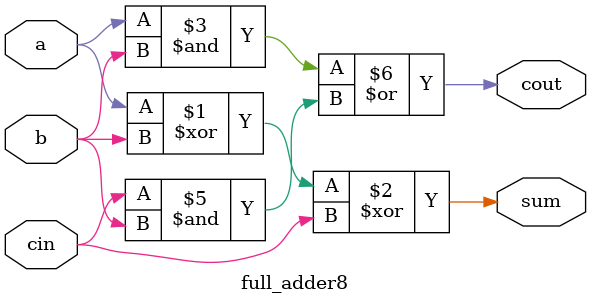
<source format=v>
module full_adder8(a,b,cin,sum,cout);
input a,b,cin;
output sum,cout;
assign sum = a^b^cin;
assign cout = a&b|cin&(1'b0|b); 
// initial begin
//     $display("The incorrect adder with or0 having in1/0");
// end   
endmodule
</source>
